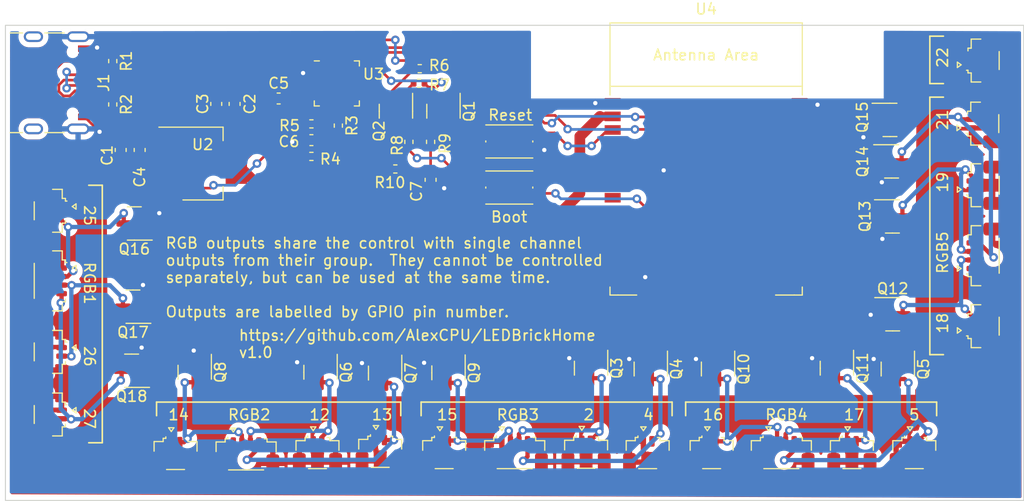
<source format=kicad_pcb>
(kicad_pcb (version 20221018) (generator pcbnew)
  (layers (0 "F.Cu" signal) (31 "B.Cu" signal) (34 "B.Paste" user) (35 "F.Paste" user) (36 "B.SilkS" user "B.Silkscreen") (37 "F.SilkS" user "F.Silkscreen") (38 "B.Mask" user) (39 "F.Mask" user) (44 "Edge.Cuts" user))
  (net 0 "")
  (net 1 "GND")
  (net 2 "+5V")
  (net 3 "+3.3V")
  (net 4 "Net-(U3-VBUS)")
  (net 5 "CHIP_PU")
  (net 6 "Net-(J1-CC1)")
  (net 7 "Net-(U3-D+)")
  (net 8 "Net-(U3-D-)")
  (net 10 "Net-(J1-CC2)")
  (net 12 "OUT1")
  (net 13 "OUT2")
  (net 14 "OUT3")
  (net 15 "OUT4")
  (net 16 "OUT5")
  (net 17 "OUT6")
  (net 18 "OUT7")
  (net 19 "OUT8")
  (net 20 "OUT9")
  (net 21 "OUT10")
  (net 22 "OUT11")
  (net 23 "OUT12")
  (net 24 "OUT13")
  (net 25 "OUT14")
  (net 26 "OUT15")
  (net 27 "OUT16")
  (net 28 "Net-(Q1-B)")
  (net 29 "RTS")
  (net 30 "Net-(Q1-C)")
  (net 31 "Net-(Q2-B)")
  (net 32 "DTR")
  (net 33 "Net-(Q2-C)")
  (net 34 "LED1")
  (net 35 "LED2")
  (net 36 "LED3")
  (net 37 "LED4")
  (net 38 "LED5")
  (net 39 "LED6")
  (net 40 "LED7")
  (net 41 "LED8")
  (net 42 "LED9")
  (net 43 "LED10")
  (net 44 "LED11")
  (net 45 "LED12")
  (net 46 "LED13")
  (net 47 "LED14")
  (net 48 "LED15")
  (net 49 "LED16")
  (net 50 "Net-(U3-~{RST})")
  (net 51 "GPIO0")
  (net 62 "U0TXD")
  (net 63 "U0RXD")
  (footprint "Resistor_SMD:R_0402_1005Metric" (layer "F.Cu") (at 51.3255 63.338 180)
    (fp_text reference "R4")
    (fp_text value "47k5" hide)
  )
  (footprint "Capacitor_SMD:C_0603_1608Metric" (layer "F.Cu") (at 62.484 65.532 90)
    (fp_text reference "C7")
    (fp_text value "1u" hide)
  )
  (footprint "Connector_JST:JST_SUR_SM02B-SURS-TF_1x02-1MP_P0.80mm_Horizontal" (layer "F.Cu") (at 114.3 66.04 90)
    (fp_text reference "J12" hide)
    (fp_text value "SM02B-SURS-TF" hide)
  )
  (footprint "Resistor_SMD:R_0402_1005Metric" (layer "F.Cu") (at 32.729 58.4708 90)
    (fp_text reference "R2")
    (fp_text value "5k1" hide)
  )
  (footprint "Connector_JST:JST_SUR_SM04B-SURS-TF_1x04-1MP_P0.80mm_Horizontal" (layer "F.Cu") (at 26.79 75 -90)
    (fp_text reference "J22" hide)
    (fp_text value "SM04B-SURS-TF" hide)
  )
  (footprint "Capacitor_SMD:C_0603_1608Metric" (layer "F.Cu") (at 48.26 57.912)
    (fp_text reference "C5")
    (fp_text value "10u" hide)
  )
  (footprint "Package_TO_SOT_SMD:SOT-23" (layer "F.Cu") (at 105.4885 59.9186)
    (fp_text reference "Q15")
    (fp_text value "2N7002K" hide)
  )
  (footprint "Connector_JST:JST_SUR_SM02B-SURS-TF_1x02-1MP_P0.80mm_Horizontal" (layer "F.Cu") (at 88.792 91.186)
    (fp_text reference "J9" hide)
    (fp_text value "SM02B-SURS-TF" hide)
  )
  (footprint "Package_TO_SOT_SMD:SOT-23" (layer "F.Cu") (at 52.1818 83.5637 -90)
    (fp_text reference "Q6")
    (fp_text value "2N7002K" hide)
  )
  (footprint "Resistor_SMD:R_0402_1005Metric" (layer "F.Cu") (at 51.3255 60.29)
    (fp_text reference "R5")
    (fp_text value "22k1" hide)
  )
  (footprint "Connector_JST:JST_SUR_SM04B-SURS-TF_1x04-1MP_P0.80mm_Horizontal" (layer "F.Cu") (at 70.358 91.186)
    (fp_text reference "J18" hide)
    (fp_text value "SM04B-SURS-TF" hide)
  )
  (footprint "Connector_JST:JST_SUR_SM02B-SURS-TF_1x02-1MP_P0.80mm_Horizontal" (layer "F.Cu") (at 38.608 91.268001)
    (fp_text reference "J7" hide)
    (fp_text value "SM02B-SURS-TF" hide)
  )
  (footprint "Connector_JST:JST_SUR_SM02B-SURS-TF_1x02-1MP_P0.80mm_Horizontal" (layer "F.Cu") (at 26.79 87.522 -90)
    (fp_text reference "J17" hide)
    (fp_text value "SM02B-SURS-TF" hide)
  )
  (footprint "Package_TO_SOT_SMD:SOT-23" (layer "F.Cu") (at 63.688 59.1035 -90)
    (fp_text reference "Q1")
    (fp_text value "BC817" hide)
  )
  (footprint "Connector_JST:JST_SUR_SM02B-SURS-TF_1x02-1MP_P0.80mm_Horizontal" (layer "F.Cu") (at 114.3 54.356 90)
    (fp_text reference "J14" hide)
    (fp_text value "SM02B-SURS-TF" hide)
  )
  (footprint "Connector_JST:JST_SUR_SM02B-SURS-TF_1x02-1MP_P0.80mm_Horizontal" (layer "F.Cu") (at 51.894 91.186)
    (fp_text reference "J5" hide)
    (fp_text value "SM02B-SURS-TF" hide)
  )
  (footprint "Package_TO_SOT_SMD:SOT-23" (layer "F.Cu") (at 64.1604 83.6168 -90)
    (fp_text reference "Q9")
    (fp_text value "2N7002K" hide)
  )
  (footprint "Connector_JST:JST_SUR_SM02B-SURS-TF_1x02-1MP_P0.80mm_Horizontal" (layer "F.Cu") (at 107.764 91.186)
    (fp_text reference "J4" hide)
    (fp_text value "SM02B-SURS-TF" hide)
  )
  (footprint "Resistor_SMD:R_0402_1005Metric" (layer "F.Cu") (at 32.729 54.4068 -90)
    (fp_text reference "R1")
    (fp_text value "5k1" hide)
  )
  (footprint "Package_TO_SOT_SMD:SOT-23" (layer "F.Cu") (at 105.7148 68.961)
    (fp_text reference "Q13")
    (fp_text value "2N7002K" hide)
  )
  (footprint "Package_TO_SOT_SMD:SOT-23" (layer "F.Cu") (at 105.7402 78.1304)
    (fp_text reference "Q12")
    (fp_text value "2N7002K" hide)
  )
  (footprint "Package_TO_SOT_SMD:SOT-23" (layer "F.Cu") (at 34.7472 69.6214 180)
    (fp_text reference "Q16")
    (fp_text value "2N7002K" hide)
  )
  (footprint "Button_Switch_SMD:SW_Push_1P1T_NO_CK_KMR2" (layer "F.Cu") (at 69.85 66.256 180)
    (fp_text reference "SW2" hide)
    (fp_text value "SW_Push" hide)
  )
  (footprint "Connector_JST:JST_SUR_SM02B-SURS-TF_1x02-1MP_P0.80mm_Horizontal" (layer "F.Cu") (at 26.79 68.434 -90)
    (fp_text reference "J15" hide)
    (fp_text value "SM02B-SURS-TF" hide)
  )
  (footprint "Package_TO_SOT_SMD:SOT-23" (layer "F.Cu") (at 100.518 83.1827 -90)
    (fp_text reference "Q11")
    (fp_text value "2N7002K" hide)
  )
  (footprint "Resistor_SMD:R_0402_1005Metric" (layer "F.Cu") (at 61.468 55.118)
    (fp_text reference "R6")
    (fp_text value "10k" hide)
  )
  (footprint "Resistor_SMD:R_0402_1005Metric" (layer "F.Cu") (at 60.452 61.976 -90)
    (fp_text reference "R8")
    (fp_text value "0" hide)
  )
  (footprint "Connector_JST:JST_SUR_SM04B-SURS-TF_1x04-1MP_P0.80mm_Horizontal" (layer "F.Cu") (at 95.318 91.186)
    (fp_text reference "J20" hide)
    (fp_text value "SM04B-SURS-TF" hide)
  )
  (footprint "Connector_JST:JST_SUR_SM02B-SURS-TF_1x02-1MP_P0.80mm_Horizontal" (layer "F.Cu") (at 26.79 81.6546 -90)
    (fp_text reference "J16" hide)
    (fp_text value "SM02B-SURS-TF" hide)
  )
  (footprint "Connector_JST:JST_SUR_SM04B-SURS-TF_1x04-1MP_P0.80mm_Horizontal" (layer "F.Cu") (at 45.212 91.306)
    (fp_text reference "J19" hide)
    (fp_text value "SM04B-SURS-TF" hide)
  )
  (footprint "Connector_JST:JST_SUR_SM02B-SURS-TF_1x02-1MP_P0.80mm_Horizontal" (layer "F.Cu") (at 101.922 91.186)
    (fp_text reference "J10" hide)
    (fp_text value "SM02B-SURS-TF" hide)
  )
  (footprint "Connector_USB:USB_C_Receptacle_GCT_USB4105-xx-A_16P_TopMnt_Horizontal" (layer "F.Cu") (at 26.379 56.4388 -90)
    (fp_text reference "J1")
    (fp_text value "USB_C_Receptacle_USB2.0" hide)
  )
  (footprint "Package_TO_SOT_SMD:SOT-23" (layer "F.Cu") (at 58.227 83.6399 -90)
    (fp_text reference "Q7")
    (fp_text value "2N7002K" hide)
  )
  (footprint "Package_TO_SOT_SMD:SOT-23" (layer "F.Cu") (at 77.5056 83.1827 -90)
    (fp_text reference "Q3")
    (fp_text value "2N7002K" hide)
  )
  (footprint "Package_TO_SOT_SMD:SOT-23" (layer "F.Cu") (at 83.0986 83.2589 -90)
    (fp_text reference "Q4")
    (fp_text value "2N7002K" hide)
  )
  (footprint "Resistor_SMD:R_0402_1005Metric" (layer "F.Cu") (at 59.182 64.516)
    (fp_text reference "R10")
    (fp_text value "10k" hide)
  )
  (footprint "Package_TO_SOT_SMD:SOT-23" (layer "F.Cu") (at 89.3928 83.2589 -90)
    (fp_text reference "Q10")
    (fp_text value "2N7002K" hide)
  )
  (footprint "Connector_JST:JST_SUR_SM02B-SURS-TF_1x02-1MP_P0.80mm_Horizontal" (layer "F.Cu") (at 77.04 91.148)
    (fp_text reference "J2" hide)
    (fp_text value "SM02B-SURS-TF" hide)
  )
  (footprint "Package_TO_SOT_SMD:SOT-23" (layer "F.Cu") (at 105.6386 63.8048)
    (fp_text reference "Q14")
    (fp_text value "2N7002K" hide)
  )
  (footprint "Resistor_SMD:R_0402_1005Metric" (layer "F.Cu") (at 61.402 56.485001 180)
    (fp_text reference "R7")
    (fp_text value "10k" hide)
  )
  (footprint "Connector_JST:JST_SUR_SM02B-SURS-TF_1x02-1MP_P0.80mm_Horizontal" (layer "F.Cu") (at 82.804 91.186)
    (fp_text reference "J3" hide)
    (fp_text value "SM02B-SURS-TF" hide)
  )
  (footprint "Resistor_SMD:R_0402_1005Metric" (layer "F.Cu") (at 62.484 61.976 -90)
    (fp_text reference "R9")
    (fp_text value "0" hide)
  )
  (footprint "Resistor_SMD:R_0402_1005Metric" (layer "F.Cu") (at 53.848 60.452 90)
    (fp_text reference "R3")
    (fp_text value "1k" hide)
  )
  (footprint "Connector_JST:JST_SUR_SM02B-SURS-TF_1x02-1MP_P0.80mm_Horizontal" (layer "F.Cu") (at 63.754 91.186)
    (fp_text reference "J8" hide)
    (fp_text value "SM02B-SURS-TF" hide)
  )
  (footprint "Connector_JST:JST_SUR_SM04B-SURS-TF_1x04-1MP_P0.80mm_Horizontal" (layer "F.Cu") (at 114.3 72.644 90)
    (fp_text reference "J21" hide)
    (fp_text value "SM04B-SURS-TF" hide)
  )
  (footprint "Package_TO_SOT_SMD:SOT-23" (layer "F.Cu") (at 106.2228 83.2612 -90)
    (fp_text reference "Q5")
    (fp_text value "2N7002K" hide)
  )
  (footprint "Capacitor_SMD:C_0603_1608Metric" (layer "F.Cu") (at 42.418 58.42 -90)
    (fp_text reference "C3")
    (fp_text value "100n" hide)
  )
  (footprint "Button_Switch_SMD:SW_Push_1P1T_NO_CK_KMR2" (layer "F.Cu") (at 69.85 61.938)
    (fp_text reference "SW1" hide)
    (fp_text value "SW_Push" hide)
  )
  (footprint "Capacitor_SMD:C_0603_1608Metric" (layer "F.Cu") (at 35.249 62.736 -90)
    (fp_text reference "C4")
    (fp_text value "100n" hide)
  )
  (footprint "Connector_JST:JST_SUR_SM02B-SURS-TF_1x02-1MP_P0.80mm_Horizontal" (layer "F.Cu") (at 114.262 60.266 90)
    (fp_text reference "J13" hide)
    (fp_text value "SM02B-SURS-TF" hide)
  )
  (footprint "Capacitor_SMD:C_0603_1608Metric" (layer "F.Cu") (at 44.135999 58.42 -90)
    (fp_text reference "C2")
    (fp_text value "10u" hide)
  )
  (footprint "Package_TO_SOT_SMD:SOT-23" (layer "F.Cu") (at 34.6202 77.4192 180)
    (fp_text reference "Q17")
    (fp_text value "2N7002K" hide)
  )
  (footprint "Espressif:ESP32-WROOM-32E" (layer "F.Cu") (at 88.278 65.33)
    (fp_text reference "U4")
    (fp_text value "ESP32-WROOM-32E-N16")
  )
  (footprint "Connector_JST:JST_SUR_SM02B-SURS-TF_1x02-1MP_P0.80mm_Horizontal" (layer "F.Cu") (at 114.3 79.248 90)
    (fp_text reference "J11" hide)
    (fp_text value "SM02B-SURS-TF" hide)
  )
  (footprint "Connector_JST:JST_SUR_SM02B-SURS-TF_1x02-1MP_P0.80mm_Horizontal" (layer "F.Cu") (at 57.766 91.066)
    (fp_text reference "J6" hide)
    (fp_text value "SM02B-SURS-TF" hide)
  )
  (footprint "Package_TO_SOT_SMD:SOT-23" (layer "F.Cu") (at 34.4955 83.4238 180)
    (fp_text reference "Q18")
    (fp_text value "2N7002K" hide)
  )
  (footprint "Package_DFN_QFN:QFN-24-1EP_4x4mm_P0.5mm_EP2.6x2.6mm" (layer "F.Cu") (at 53.706 56.5)
    (fp_text reference "U3")
    (fp_text value "CP2102N-Axx-xQFN24" hide)
  )
  (footprint "Package_TO_SOT_SMD:SOT-23" (layer "F.Cu") (at 59.238 59.103501 -90)
    (fp_text reference "Q2")
    (fp_text value "BC817" hide)
  )
  (footprint "Package_TO_SOT_SMD:SOT-23" (layer "F.Cu") (at 40.4012 83.5637 -90)
    (fp_text reference "Q8")
    (fp_text value "2N7002K" hide)
  )
  (footprint "Package_TO_SOT_SMD:SOT-223-3_TabPin2" (layer "F.Cu") (at 41.148 64.008)
    (fp_text reference "U2")
    (fp_text value "AZ1117IH-3.3TRG1" hide)
  )
  (footprint "Capacitor_SMD:C_0603_1608Metric" (layer "F.Cu") (at 51.3255 61.814)
    (fp_text reference "C6")
    (fp_text value "1u" hide)
  )
  (footprint "Capacitor_SMD:C_0603_1608Metric" (layer "F.Cu") (at 33.471 62.736 -90)
    (fp_text reference "C1")
    (fp_text value "10u" hide)
  )
  (gr_line (start 61.595 87.63) (end 61.595 86.36) (stroke (width 0.15)) (layer "F.SilkS"))
  (gr_line (start 36.83 86.36) (end 59.69 86.36) (stroke (width 0.15)) (layer "F.SilkS"))
  (gr_line (start 109.855 86.36) (end 109.855 87.63) (stroke (width 0.15)) (layer "F.SilkS"))
  (gr_line (start 31.75 66.04) (end 31.75 90.17) (stroke (width 0.15)) (layer "F.SilkS"))
  (gr_line (start 36.83 87.63) (end 36.83 86.36) (stroke (width 0.15)) (layer "F.SilkS"))
  (gr_line (start 86.36 86.36) (end 109.855 86.36) (stroke (width 0.15)) (layer "F.SilkS"))
  (gr_line (start 109.22 57.785) (end 110.49 57.785) (stroke (width 0.15)) (layer "F.SilkS"))
  (gr_line (start 61.595 86.36) (end 85.09 86.36) (stroke (width 0.15)) (layer "F.SilkS"))
  (gr_line (start 109.22 56.515) (end 109.22 52.07) (stroke (width 0.15)) (layer "F.SilkS"))
  (gr_line (start 109.22 52.07) (end 110.49 52.07) (stroke (width 0.15)) (layer "F.SilkS"))
  (gr_line (start 31.75 90.17) (end 30.48 90.17) (stroke (width 0.15)) (layer "F.SilkS"))
  (gr_line (start 85.09 86.36) (end 85.09 87.63) (stroke (width 0.15)) (layer "F.SilkS"))
  (gr_line (start 30.48 66.04) (end 31.75 66.04) (stroke (width 0.15)) (layer "F.SilkS"))
  (gr_line (start 86.36 87.63) (end 86.36 86.36) (stroke (width 0.15)) (layer "F.SilkS"))
  (gr_line (start 59.69 86.36) (end 59.69 87.63) (stroke (width 0.15)) (layer "F.SilkS"))
  (gr_line (start 110.49 81.915) (end 109.22 81.915) (stroke (width 0.15)) (layer "F.SilkS"))
  (gr_line (start 110.49 56.515) (end 109.22 56.515) (stroke (width 0.15)) (layer "F.SilkS"))
  (gr_line (start 109.22 81.915) (end 109.22 57.785) (stroke (width 0.15)) (layer "F.SilkS"))
  (gr_rect (start 22.6822 51.054) (end 118.0084 95.5802) (stroke (width 0.1)) (fill none) (layer "Edge.Cuts"))
  (gr_text "4" (at 82.296 88.138) (layer "F.SilkS") (effects (font (size 1 1)) (justify left bottom)))
  (gr_text "RGB1" (at 29.972 73.152 -90) (layer "F.SilkS") (effects (font (size 1 1)) (justify left bottom)))
  (gr_text "18" (at 110.998 80.01 90) (layer "F.SilkS") (effects (font (size 1 1)) (justify left bottom)))
  (gr_text "Reset" (at 67.7926 60.0456) (layer "F.SilkS") (effects (font (size 1 1)) (justify left bottom)))
  (gr_text "17" (at 101.092 88.138) (layer "F.SilkS") (effects (font (size 1 1)) (justify left bottom)))
  (gr_text "21" (at 110.998 60.96 90) (layer "F.SilkS") (effects (font (size 1 1)) (justify left bottom)))
  (gr_text "16" (at 87.884 88.138) (layer "F.SilkS") (effects (font (size 1 1)) (justify left bottom)))
  (gr_text "2" (at 76.708 88.138) (layer "F.SilkS") (effects (font (size 1 1)) (justify left bottom)))
  (gr_text "22" (at 110.998 55.118 90) (layer "F.SilkS") (effects (font (size 1 1)) (justify left bottom)))
  (gr_text "19" (at 110.998 66.802 90) (layer "F.SilkS") (effects (font (size 1 1)) (justify left bottom)))
  (gr_text "25" (at 29.972 67.818 -90) (layer "F.SilkS") (effects (font (size 1 1)) (justify left bottom)))
  (gr_text "RGB outputs share the control with single channel\noutputs from their group.  They cannot be controlled\nseparately, but can be used at the same time.\n\nOutputs are labelled by GPIO pin number." (at 37.592 78.486) (layer "F.SilkS") (effects (font (size 1 1)) (justify left bottom)))
  (gr_text "27" (at 29.972 86.868 -90) (layer "F.SilkS") (effects (font (size 1 1)) (justify left bottom)))
  (gr_text "14\n" (at 37.846 88.138) (layer "F.SilkS") (effects (font (size 1 1)) (justify left bottom)))
  (gr_text "RGB2" (at 43.434 88.138) (layer "F.SilkS") (effects (font (size 1 1)) (justify left bottom)))
  (gr_text "12" (at 51.054 88.138) (layer "F.SilkS") (effects (font (size 1 1)) (justify left bottom)))
  (gr_text "15" (at 62.992 88.138) (layer "F.SilkS") (effects (font (size 1 1)) (justify left bottom)))
  (gr_text "5" (at 107.188 88.138) (layer "F.SilkS") (effects (font (size 1 1)) (justify left bottom)))
  (gr_text "RGB5" (at 110.998 74.422 90) (layer "F.SilkS") (effects (font (size 1 1)) (justify left bottom)))
  (gr_text "Boot" (at 68.0466 69.596) (layer "F.SilkS") (effects (font (size 1 1)) (justify left bottom)))
  (gr_text "13" (at 56.896 88.138) (layer "F.SilkS") (effects (font (size 1 1)) (justify left bottom)))
  (gr_text "26" (at 29.972 81.026 -90) (layer "F.SilkS") (effects (font (size 1 1)) (justify left bottom)))
  (gr_text "RGB3" (at 68.58 88.138) (layer "F.SilkS") (effects (font (size 1 1)) (justify left bottom)))
  (gr_text "https://github.com/AlexCPU/LEDBrickHome\nv1.0" (at 44.45 82.296) (layer "F.SilkS") (effects (font (size 1 1)) (justify left bottom)))
  (gr_text "RGB4" (at 93.726 88.138) (layer "F.SilkS") (effects (font (size 1 1)) (justify left bottom)))
  (segment (start 47.218 57.645) (end 47.485 57.912) (width 0.25) (layer "F.Cu") (net 1))
  (segment (start 85.378 64.64) (end 85.378 67.44) (width 0.25) (layer "F.Cu") (net 1))
  (segment (start 35.502 61.708) (end 37.998 61.708) (width 0.6) (layer "F.Cu") (net 1))
  (segment (start 88.178 64.64) (end 85.378 64.64) (width 0.25) (layer "F.Cu") (net 1))
  (segment (start 86.778 64.64) (end 86.778 67.44) (width 0.25) (layer "F.Cu") (net 1))
  (segment (start 51.2318 82.6262) (end 49.9872 82.6262) (width 0.4) (layer "F.Cu") (net 1))
  (segment (start 35.6847 68.6714) (end 37.0688 68.6714) (width 0.4) (layer "F.Cu") (net 1))
  (segment (start 71.9 62.738) (end 71.9 65.456) (width 0.25) (layer "F.Cu") (net 1))
  (segment (start 82.558 74.668) (end 82.5754 74.6506) (width 0.4) (layer "F.Cu") (net 1))
  (segment (start 88.178 67.44) (end 88.178 64.64) (width 0.25) (layer "F.Cu") (net 1))
  (segment (start 63.2104 82.6793) (end 61.8767 82.6793) (width 0.4) (layer "F.Cu") (net 1))
  (segment (start 85.378 64.64) (end 84.3056 64.64) (width 0.25) (layer "F.Cu") (net 1))
  (segment (start 49.692 61.814) (end 49.53 61.976) (width 0.25) (layer "F.Cu") (net 1))
  (segment (start 104.7773 69.911) (end 104.7773 71.0669) (width 0.4) (layer "F.Cu") (net 1))
  (segment (start 97.028 58.32) (end 98.5282 58.32) (width 0.4) (layer "F.Cu") (net 1))
  (segment (start 50.7705 55.75) (end 50.546 55.5255) (width 0.25) (layer "F.Cu") (net 1))
  (segment (start 37.0688 68.6714) (end 37.084 68.6562) (width 0.4) (layer "F.Cu") (net 1))
  (segment (start 88.4428 82.3214) (end 87.3252 82.3214) (width 0.4) (layer "F.Cu") (net 1))
  (segment (start 63.7416 66.307) (end 63.754 66.3194) (width 0.25) (layer "F.Cu") (net 1))
  (segment (start 32.4382 61.0338) (end 32.5438 61.0338) (width 0.25) (layer "F.Cu") (net 1))
  (segment (start 104.551 60.8686) (end 103.6726 60.8686) (width 0.4) (layer "F.Cu") (net 1))
  (segment (start 30.059 59.6388) (end 30.1 59.6388) (width 0.25) (layer "F.Cu") (net 1))
  (segment (start 61.8767 82.6793) (end 61.8744 82.677) (width 0.4) (layer "F.Cu") (net 1))
  (segment (start 71.9 65.456) (end 67.8 65.456) (width 0.25) (layer "F.Cu") (net 1))
  (segment (start 62.484 66.307) (end 63.7416 66.307) (width 0.25) (layer "F.Cu") (net 1))
  (segment (start 103.6726 60.8686) (end 102.997 61.5442) (width 0.4) (layer "F.Cu") (net 1))
  (segment (start 44.135999 57.645) (end 47.218 57.645) (width 0.6) (layer "F.Cu") (net 1))
  (segment (start 104.7773 71.0669) (end 104.775 71.0692) (width 0.4) (layer "F.Cu") (net 1))
  (segment (start 35.5577 75.3895) (end 35.56 75.3872) (width 0.4) (layer "F.Cu") (net 1))
  (segment (start 98.5282 58.32) (end 98.7044 58.4962) (width 0.4) (layer "F.Cu") (net 1))
  (segment (start 39.4512 82.3926) (end 40.3098 81.534) (width 0.4) (layer "F.Cu") (net 1))
  (segment (start 50.8155 62.079) (end 50.5505 61.814) (width 0.25) (layer "F.Cu") (net 1))
  (segment (start 79.528 58.32) (end 77.9256 58.32) (width 0.4) (layer "F.Cu") (net 1))
  (segment (start 32.5438 61.0338) (end 33.471 61.961) (width 0.25) (layer "F.Cu") (net 1))
  (segment (start 51.7685 55.75) (end 50.7705 55.75) (width 0.25) (layer "F.Cu") (net 1))
  (segment (start 35.433 82.4738) (end 35.433 81.2546) (width 0.4) (layer "F.Cu") (net 1))
  (segment (start 82.558 76.08) (end 82.558 74.668) (width 0.4) (layer "F.Cu") (net 1))
  (segment (start 57.277 82.7024) (end 56.0578 82.7024) (width 0.4) (layer "F.Cu") (net 1))
  (segment (start 105.2728 82.3237) (end 103.9645 82.3237) (width 0.4) (layer "F.Cu") (net 1))
  (segment (start 39.4512 82.6262) (end 39.4512 82.3926) (width 0.4) (layer "F.Cu") (net 1))
  (segment (start 42.418 57.645) (end 44.135999 57.645) (width 0.6) (layer "F.Cu") (net 1))
  (segment (start 85.378 66.04) (end 88.178 66.04) (width 0.25) (layer "F.Cu") (net 1))
  (segment (start 50.5505 61.814) (end 49.692 61.814) (width 0.25) (layer "F.Cu") (net 1))
  (segment (start 85.378 67.44) (end 88.178 67.44) (width 0.25) (layer "F.Cu") (net 1))
  (segment (start 104.582 79.0804) (end 103.6828 78.1812) (width 0.4) (layer "F.Cu") (net 1))
  (segment (start 71.9 62.738) (end 73.1266 62.738) (width 0.25) (layer "F.Cu") (net 1))
  (segment (start 50.8155 63.338) (end 50.8155 62.079) (width 0.25) (layer "F.Cu") (net 1))
  (segment (start 30.1 59.6388) (end 31.495 61.0338) (width 0.25) (layer "F.Cu") (net 1))
  (segment (start 103.9645 82.3237) (end 103.9622 82.3214) (width 0.4) (layer "F.Cu") (net 1))
  (segment (start 52.956 55.75) (end 53.706 56.5) (width 0.25) (layer "F.Cu") (net 1))
  (segment (start 35.5577 76.4692) (end 35.5577 75.3895) (width 0.4) (layer "F.Cu") (net 1))
  (segment (start 67.8 62.738) (end 67.8 65.456) (width 0.25) (layer "F.Cu") (net 1))
  (segment (start 42.061 57.645) (end 42.418 57.645) (width 0.25) (layer "F.Cu") (net 1))
  (segment (start 35.249 61.961) (end 35.502 61.708) (width 0.25) (layer "F.Cu") (net 1))
  (segment (start 31.162 53.2388) (end 31.262 53.1388) (width 0.25) (layer "F.Cu") (net 1))
  (segment (start 99.568 82.2452) (end 98.1964 82.2452) (width 0.4) (layer "F.Cu") (net 1))
  (segment (start 104.8027 79.0804) (end 104.582 79.0804) (width 0.4) (layer "F.Cu") (net 1))
  (segment (start 82.1486 82.3214) (end 81.0768 82.3214) (width 0.4) (layer "F.Cu") (net 1))
  (segment (start 30.059 53.2388) (end 31.162 53.2388) (width 0.25) (layer "F.Cu") (net 1))
  (segment (start 33.471 61.961) (end 35.249 61.961) (width 0.25) (layer "F.Cu") (net 1))
  (segment (start 77.9256 58.32) (end 77.9018 58.3438) (width 0.4) (layer "F.Cu") (net 1))
  (segment (start 37.998 61.708) (end 42.061 57.645) (width 0.6) (layer "F.Cu") (net 1))
  (segment (start 32.4382 61.0338) (end 31.495 61.0338) (width 0.25) (layer "F.Cu") (net 1))
  (segment (start 51.7685 55.75) (end 52.956 55.75) (width 0.25) (layer "F.Cu") (net 1))
  (segment (start 84.3056 64.64) (end 84.3026 64.643) (width 0.25) (layer "F.Cu") (net 1))
  (segment (start 67.8 62.738) (end 71.9 62.738) (width 0.25) (layer "F.Cu") (net 1))
  (segment (start 104.7011 65.7375) (end 104.7242 65.7606) (width 0.4) (layer "F.Cu") (net 1))
  (segment (start 76.5556 82.2452) (end 75.4634 82.2452) (width 0.4) (layer "F.Cu") (net 1))
  (segment (start 104.7011 64.7548) (end 104.7011 65.7375) (width 0.4) (layer "F.Cu") (net 1))
  (via (at 35.56 75.3872) (size 0.8) (drill 0.4) (layers "F.Cu" "B.Cu") (net 1))
  (via (at 87.3252 82.3214) (size 0.8) (drill 0.4) (layers "F.Cu" "B.Cu") (net 1))
  (via (at 84.3026 64.643) (size 0.8) (drill 0.4) (layers "F.Cu" "B.Cu") (net 1))
  (via (at 75.4634 82.2452) (size 0.8) (drill 0.4) (layers "F.Cu" "B.Cu") (net 1))
  (via (at 98.7044 58.4962) (size 0.8) (drill 0.4) (layers "F.Cu" "B.Cu") (net 1))
  (via (at 50.546 55.5255) (size 0.8) (drill 0.4) (layers "F.Cu" "B.Cu") (net 1))
  (via (at 104.7242 65.7606) (size 0.8) (drill 0.4) (layers "F.Cu" "B.Cu") (net 1))
  (via (at 98.1964 82.2452) (size 0.8) (drill 0.4) (layers "F.Cu" "B.Cu") (net 1))
  (via (at 31.262 53.1388) (size 0.8) (drill 0.4) (layers "F.Cu" "B.Cu") (net 1))
  (via (at 56.0578 82.7024) (size 0.8) (drill 0.4) (layers "F.Cu" "B.Cu") (net 1))
  (via (at 77.9018 58.3438) (size 0.8) (drill 0.4) (layers "F.Cu" "B.Cu") (net 1))
  (via (at 82.5754 74.6506) (size 0.8) (drill 0.4) (layers "F.Cu" "B.Cu") (net 1))
  (via (at 63.754 66.3194) (size 0.8) (drill 0.4) (layers "F.Cu" "B.Cu") (net 1))
  (via (at 81.0768 82.3214) (size 0.8) (drill 0.4) (layers "F.Cu" "B.Cu") (net 1))
  (via (at 73.1266 62.738) (size 0.8) (drill 0.4) (layers "F.Cu" "B.Cu") (net 1))
  (via (at 103.9622 82.3214) (size 0.8) (drill 0.4) (layers "F.Cu" "B.Cu") (net 1))
  (via (at 37.084 68.6562) (size 0.8) (drill 0.4) (layers "F.Cu" "B.Cu") (net 1))
  (via (at 104.775 71.0692) (size 0.8) (drill 0.4) (layers "F.Cu" "B.Cu") (net 1))
  (via (at 49.9872 82.6262) (size 0.8) (drill 0.4) (layers "F.Cu" "B.Cu") (net 1))
  (via (at 31.495 61.0338) (size 0.8) (drill 0.4) (layers "F.Cu" "B.Cu") (net 1))
  (via (at 35.433 81.2546) (size 0.8) (drill 0.4) (layers "F.Cu" "B.Cu") (net 1))
  (via (at 40.3098 81.534) (size 0.8) (drill 0.4) (layers "F.Cu" "B.Cu") (net 1))
  (via (at 61.8744 82.677) (size 0.8) (drill 0.4) (layers "F.Cu" "B.Cu") (net 1))
  (via (at 103.6828 78.1812) (size 0.8) (drill 0.4) (layers "F.Cu" "B.Cu") (net 1))
  (via (at 49.53 61.976) (size 0.8) (drill 0.4) (layers "F.Cu" "B.Cu") (net 1))
  (via (at 102.997 61.5442) (size 0.8) (drill 0.4) (layers "F.Cu" "B.Cu") (net 1))
  (segment (start 30.059 54.0388) (end 32.587 54.0388) (width 0.25) (layer "F.Cu") (net 2))
  (segment (start 101.522 90.036) (end 101.522 91.108) (width 0.4) (layer "F.Cu") (net 2))
  (segment (start 63.354 90.036) (end 63.354 91.294) (width 0.4) (layer "F.Cu") (net 2))
  (segment (start 37.998 66.308) (end 36.59 66.308) (width 0.6) (layer "F.Cu") (net 2))
  (segment (start 51.494 90.036) (end 51.494 91.372) (width 0.4) (layer "F.Cu") (net 2))
  (segment (start 27.432 73.8) (end 27.038 73.8) (width 0.4) (layer "F.Cu") (net 2))
  (segment (start 27.6552 58.3458) (end 26.817 57.5076) (width 0.25) (layer "F.Cu") (net 2))
  (segment (start 94.118 90.036) (end 94.118 91.07) (width 0.4) (layer "F.Cu") (net 2))
  (segment (start 76.64 89.998) (end 76.64 91.372) (width 0.4) (layer "F.Cu") (net 2))
  (segment (start 33.471 63.511) (end 28.459 63.511) (width 0.6) (layer "F.Cu") (net 2))
  (segment (start 27.94 87.122) (end 26.67 87.122) (width 0.4) (layer "F.Cu") (net 2))
  (segment (start 28.459 63.511) (end 27.94 62.992) (width 0.6) (layer "F.Cu") (net 2))
  (segment (start 35.306 63.568) (end 35.249 63.511) (width 0.25) (layer "F.Cu") (net 2))
  (segment (start 36.59 66.308) (end 35.306 65.024) (width 0.6) (layer "F.Cu") (net 2))
  (segment (start 113.15 79.648) (end 114.408 79.648) (width 0.4) (layer "F.Cu") (net 2))
  (segment (start 42.164 66.04) (end 41.896 66.308) (width 0.25) (layer "F.Cu") (net 2))
  (segment (start 57.366 89.916) (end 57.366 91.402) (width 0.4) (layer "F.Cu") (net 2))
  (segment (start 41.896 66.308) (end 37.998 66.308) (width 0.25) (layer "F.Cu") (net 2))
  (segment (start 113.15 66.44) (end 114.408 66.44) (width 0.4) (layer "F.Cu") (net 2))
  (segment (start 35.249 63.511) (end 33.471 63.511) (width 0.6) (layer "F.Cu") (net 2))
  (segment (start 27.038 73.8) (end 26.67 74.168) (width 0.4) (layer "F.Cu") (net 2))
  (segment (start 107.364 90.036) (end 107.364 91.108) (width 0.4) (layer "F.Cu") (net 2))
  (segment (start 49.784 60.452) (end 46.228 64.008) (width 0.25) (layer "F.Cu") (net 2))
  (segment (start 26.817 55.6026) (end 28.0616 54.358) (width 0.4) (layer "F.Cu") (net 2))
  (segment (start 113.15 73.844) (end 114.624 73.844) (width 0.4) (layer "F.Cu") (net 2))
  (segment (start 29.3032 54.2138) (end 29.884 54.2138) (width 0.25) (layer "F.Cu") (net 2))
  (segment (start 50.8155 60.296183) (end 50.8155 60.29) (width 0.25) (layer "F.Cu") (net 2))
  (segment (start 27.858 81.212) (end 26.738 81.212) (width 0.4) (layer "F.Cu") (net 2))
  (segment (start 29.159 54.358) (end 29.3032 54.2138) (width 0.25) (layer "F.Cu") (net 2))
  (segment (start 35.306 65.024) (end 35.306 63.568) (width 0.6) (layer "F.Cu") (net 2))
  (segment (start 82.404 90.036) (end 82.404 91.294) (width 0.4) (layer "F.Cu") (net 2))
  (segment (start 113.15 54.756) (end 114.662 54.756) (width 0.4) (layer "F.Cu") (net 2))
  (segment (start 29.884 54.2138) (end 30.059 54.0388) (width 0.25) (layer "F.Cu") (net 2))
  (segment (start 30.059 58.8388) (end 29.483949 58.8388) (width 0.25) (layer "F.Cu") (net 2))
  (segment (start 30.059 58.8388) (end 32.587 58.8388) (width 0.25) (layer "F.Cu") (net 2))
  (segment (start 38.208 90.118001) (end 38.208 91.294) (width 0.4) (layer "F.Cu") (net 2))
  (segment (start 44.012 90.156) (end 44.012 91.256) (width 0.4) (layer "F.Cu") (net 2))
  (segment (start 69.158 90.036) (end 69.158 91.256) (width 0.4) (layer "F.Cu") (net 2))
  (segment (start 50.6535 60.452) (end 49.784 60.452) (width 0.25) (layer "F.Cu") (net 2))
  (segment (start 50.8155 60.29) (end 50.6535 60.452) (width 0.25) (layer "F.Cu") (net 2))
  (segment (start 27.94 73.8) (end 27.432 73.8) (width 0.4) (layer "F.Cu") (net 2))
  (segment (start 32.587 58.8388) (end 32.729 58.9808) (width 0.25) (layer "F.Cu") (net 2))
  (segment (start 32.587 54.0388) (end 32.729 53.8968) (width 0.25) (layer "F.Cu") (net 2))
  (segment (start 29.483949 58.8388) (end 28.990949 58.3458) (width 0.25) (layer "F.Cu") (net 2))
  (segment (start 26.817 57.5076) (end 26.817 55.6026) (width 0.25) (layer "F.Cu") (net 2))
  (segment (start 88.392 90.036) (end 88.392 91.186) (width 0.4) (layer "F.Cu") (net 2))
  (segment (start 28.0616 54.358) (end 29.159 54.358) (width 0.4) (layer "F.Cu") (net 2))
  (segment (start 27.94 68.034) (end 26.708 68.034) (width 0.4) (layer "F.Cu") (net 2))
  (segment (start 28.990949 58.3458) (end 27.6552 58.3458) (width 0.4) (layer "F.Cu") (net 2))
  (segment (start 113.112 60.666) (end 114.34 60.666) (width 0.4) (layer "F.Cu") (net 2))
  (via (at 46.228 64.008) (size 0.8) (drill 0.4) (layers "F.Cu" "B.Cu") (net 2))
  (via (at 42.164 66.04) (size 0.8) (drill 0.4) (layers "F.Cu" "B.Cu") (net 2))
  (segment (start 46.228 64.008) (end 44.196 66.04) (width 0.25) (layer "B.Cu") (net 2))
  (segment (start 44.196 66.04) (end 42.164 66.04) (width 0.25) (layer "B.Cu") (net 2))
  (segment (start 49.632 69.342) (end 44.298 64.008) (width 1) (layer "F.Cu") (net 3))
  (segment (start 44.298 64.008) (end 44.298 59.357001) (width 1) (layer "F.Cu") (net 3))
  (segment (start 79.528 59.59) (end 78.332 59.59) (width 0.8) (layer "F.Cu") (net 3))
  (segment (start 54.61 61.724) (end 53.848 60.962) (width 0.7) (layer "F.Cu") (net 3))
  (segment (start 76.454 61.468) (end 76.454 66.802) (width 1) (layer "F.Cu") (net 3))
  (segment (start 37.998 64.008) (end 44.298 64.008) (width 1.4) (layer "F.Cu") (net 3))
  (segment (start 76.454 66.802) (end 73.914 69.342) (width 1) (layer "F.Cu") (net 3))
  (segment (start 49.035 57.912) (end 49.035 59.271) (width 1) (layer "F.Cu") (net 3))
  (segment (start 54.61 61.724) (end 55.88 61.724) (width 0.7) (layer "F.Cu") (net 3))
  (segment (start 49.035 57.912) (end 51.6065 57.912) (width 0.25) (layer "F.Cu") (net 3))
  (segment (start 78.332 59.59) (end 76.454 61.468) (width 1) (layer "F.Cu") (net 3))
  (segment (start 44.298 61.075) (end 44.298 64.008) (width 1) (layer "F.Cu") (net 3))
  (segment (start 54.61 69.342) (end 54.61 61.724) (width 1) (layer "F.Cu") (net 3))
  (segment (start 51.7685 57.75) (end 51.7685 57.25) (width 0.25) (layer "F.Cu") (net 3))
  (segment (start 54.61 69.342) (end 49.632 69.342) (width 1) (layer "F.Cu") (net 3))
  (segment (start 44.298 59.357001) (end 44.135999 59.195) (width 0.25) (layer "F.Cu") (net 3))
  (segment (start 55.88 61.724) (end 58.672 64.516) (width 0.7) (layer "F.Cu") (net 3))
  (segment (start 52.456 58.4375) (end 51.7685 57.75) (width 0.25) (layer "F.Cu") (net 3))
  (segment (start 49.035 59.271) (end 44.298 64.008) (width 1) (layer "F.Cu") (net 3))
  (segment (start 42.418 59.195) (end 44.298 61.075) (width 1) (layer "F.Cu") (net 3))
  (segment (start 51.6065 57.912) (end 51.7685 57.75) (width 0.25) (layer "F.Cu") (net 3))
  (segment (start 73.914 69.342) (end 54.61 69.342) (width 1) (layer "F.Cu") (net 3))
  (segment (start 51.8355 60.29) (end 51.8355 61.549) (width 0.25) (layer "F.Cu") (net 4))
  (segment (start 51.8355 61.549) (end 52.1005 61.814) (width 0.25) (layer "F.Cu") (net 4))
  (segment (start 52.1005 61.814) (end 52.1005 63.073) (width 0.25) (layer "F.Cu") (net 4))
  (segment (start 52.956 58.4375) (end 52.956 59.1695) (width 0.25) (layer "F.Cu") (net 4))
  (segment (start 52.1005 63.073) (end 51.8355 63.338) (width 0.25) (layer "F.Cu") (net 4))
  (segment (start 52.956 59.1695) (end 51.8355 60.29) (width 0.25) (layer "F.Cu") (net 4))
  (segment (start 67.8 61.138) (end 66.37 61.138) (width 0.25) (layer "F.Cu") (net 5))
  (segment (start 79.0505 60.86) (end 79.528 60.86) (width 0.25) (layer "F.Cu") (net 5))
  (segment (start 71.9 61.138) (end 67.8 61.138) (width 0.25) (layer "F.Cu") (net 5))
  (segment (start 75.311 62.357) (end 74.092 61.138) (width 0.25) (layer "F.Cu") (net 5))
  (segment (start 62.486 62.484) (end 62.484 62.486) (width 0.25) (layer "F.Cu") (net 5))
  (segment (start 77.5535 62.357) (end 79.0505 60.86) (width 0.25) (layer "F.Cu") (net 5))
  (segment (start 62.243 64.516) (end 62.484 64.757) (width 0.25) (layer "F.Cu") (net 5))
  (segment (start 66.37 61.138) (end 65.024 62.484) (width 0.25) (layer "F.Cu") (net 5))
  (segment (start 59.692 64.516) (end 62.243 64.516) (width 0.25) (layer "F.Cu") (net 5))
  (segment (start 74.092 61.138) (end 71.9 61.138) (width 0.25) (layer "F.Cu") (net 5))
  (segment (start 65.024 62.484) (end 62.486 62.484) (width 0.25) (layer "F.Cu") (net 5))
  (segment (start 62.484 64.757) (end 62.484 62.486) (width 0.25) (layer "F.Cu") (net 5))
  (via (at 75.311 62.357) (size 0.8) (drill 0.4) (layers "F.Cu" "B.Cu") (net 5))
  (via (at 77.5535 62.357) (size 0.8) (drill 0.4) (layers "F.Cu" "B.Cu") (net 5))
  (segment (start 77.5535 62.357) (end 75.311 62.357) (width 0.25) (layer "B.Cu") (net 5))
  (segment (start 32.457 55.1888) (end 32.729 54.9168) (width 0.25) (layer "F.Cu") (net 6))
  (segment (start 30.059 55.1888) (end 32.457 55.1888) (width 0.25) (layer "F.Cu") (net 6))
  (segment (start 28.143695 56.1888) (end 27.686 56.646495) (width 0.25) (layer "F.Cu") (net 7))
  (segment (start 30.059 56.1888) (end 50.183995 56.1888) (width 0.25) (layer "F.Cu") (net 7))
  (segment (start 30.059 56.1888) (end 28.143695 56.1888) (width 0.25) (layer "F.Cu") (net 7))
  (segment (start 50.183995 56.1888) (end 50.245195 56.25) (width 0.25) (layer "F.Cu") (net 7))
  (segment (start 29.194305 57.1888) (end 30.059 57.1888) (width 0.25) (layer "F.Cu") (net 7))
  (segment (start 27.686 56.646495) (end 27.686 57.247105) (width 0.25) (layer "F.Cu") (net 7))
  (segment (start 27.686 57.247105) (end 28.110695 57.6718) (width 0.25) (layer "F.Cu") (net 7))
  (segment (start 28.110695 57.6718) (end 28.711305 57.6718) (width 0.25) (layer "F.Cu") (net 7))
  (segment (start 28.711305 57.6718) (end 29.194305 57.1888) (width 0.25) (layer "F.Cu") (net 7))
  (segment (start 50.245195 56.25) (end 51.7914 56.25) (width 0.25) (layer "F.Cu") (net 7))
  (segment (start 48.3068 56.6888) (end 48.368 56.75) (width 0.25) (layer "F.Cu") (net 8))
  (segment (start 30.059 56.6888) (end 48.3068 56.6888) (width 0.25) (layer "F.Cu") (net 8))
  (segment (start 28.411 55.4228) (end 28.677 55.6888) (width 0.25) (layer "F.Cu") (net 8))
  (segment (start 48.368 56.75) (end 51.7685 56.75) (width 0.25) (layer "F.Cu") (net 8))
  (segment (start 28.669 56.6888) (end 30.059 56.6888) (width 0.25) (layer "F.Cu") (net 8))
  (segment (start 28.411 56.9468) (end 28.669 56.6888) (width 0.25) (layer "F.Cu") (net 8))
  (segment (start 28.677 55.6888) (end 30.059 55.6888) (width 0.25) (layer "F.Cu") (net 8))
  (via (at 28.411 56.9468) (size 0.8) (drill 0.4) (layers "F.Cu" "B.Cu") (net 8))
  (via (at 28.411 55.4228) (size 0.8) (drill 0.4) (layers "F.Cu" "B.Cu") (net 8))
  (segment (start 28.411 55.4228) (end 28.411 56.9468) (width 0.25) (layer "B.Cu") (net 8))
  (segment (start 30.059 58.1888) (end 32.501 58.1888) (width 0.25) (layer "F.Cu") (net 10))
  (segment (start 32.501 58.1888) (end 32.729 57.9608) (width 0.25) (layer "F.Cu") (net 10))
  (segment (start 78.2828 89.1552) (end 77.44 89.998) (width 0.4) (layer "F.Cu") (net 12))
  (segment (start 78.2828 89.1286) (end 78.2828 89.1552) (width 0.4) (layer "F.Cu") (net 12))
  (segment (start 70.758 90.036) (end 70.758 89.365633) (width 0.4) (layer "F.Cu") (net 12))
  (segment (start 77.5056 84.1202) (end 78.4814 84.1202) (width 0.4) (layer "F.Cu") (net 12))
  (segment (start 78.4814 84.1202) (end 78.486 84.1248) (width 0.4) (layer "F.Cu") (net 12))
  (segment (start 70.758 89.365633) (end 71.112277 89.011356) (width 0.4) (layer "F.Cu") (net 12))
  (via (at 78.2828 89.1286) (size 0.8) (drill 0.4) (layers "F.Cu" "B.Cu") (net 12))
  (via (at 71.112277 89.011356) (size 0.8) (drill 0.4) (layers "F.Cu" "B.Cu") (net 12))
  (via (at 78.486 84.1248) (size 0.8) (drill 0.4) (layers "F.Cu" "B.Cu") (net 12))
  (segment (start 78.165556 89.011356) (end 78.2828 89.1286) (width 0.4) (layer "B.Cu") (net 12))
  (segment (start 78.486 88.9254) (end 78.2828 89.1286) (width 0.4) (layer "B.Cu") (net 12))
  (segment (start 71.112277 89.011356) (end 78.165556 89.011356) (width 0.4) (layer "B.Cu") (net 12))
  (segment (start 78.486 84.1248) (end 78.486 88.9254) (width 0.4) (layer "B.Cu") (net 12))
  (segment (start 83.2682 90.036) (end 83.9978 89.3064) (width 0.4) (layer "F.Cu") (net 13))
  (segment (start 83.0986 84.1964) (end 83.9932 84.1964) (width 0.4) (layer "F.Cu") (net 13))
  (segment (start 83.9932 84.1964) (end 83.9978 84.201) (width 0.4) (layer "F.Cu") (net 13))
  (segment (start 71.1454 91.8718) (end 71.558 91.4592) (width 0.4) (layer "F.Cu") (net 13))
  (segment (start 71.558 91.4592) (end 71.558 90.036) (width 0.4) (layer "F.Cu") (net 13))
  (segment (start 83.204 90.036) (end 83.2682 90.036) (width 0.4) (layer "F.Cu") (net 13))
  (via (at 83.9978 84.201) (size 0.8) (drill 0.4) (layers "F.Cu" "B.Cu") (net 13))
  (via (at 83.9978 89.3064) (size 0.8) (drill 0.4) (layers "F.Cu" "B.Cu") (net 13))
  (via (at 71.1454 91.8718) (size 0.8) (drill 0.4) (layers "F.Cu" "B.Cu") (net 13))
  (segment (start 81.4324 91.8718) (end 83.9978 89.3064) (width 0.4) (layer "B.Cu") (net 13))
  (segment (start 71.1454 91.8718) (end 81.4324 91.8718) (width 0.4) (layer "B.Cu") (net 13))
  (segment (start 83.9978 84.201) (end 83.9978 89.3064) (width 0.4) (layer "B.Cu") (net 13))
  (segment (start 106.8555 84.1987) (end 107.2134 84.5566) (width 0.4) (layer "F.Cu") (net 14))
  (segment (start 106.2228 84.1987) (end 106.8555 84.1987) (width 0.4) (layer "F.Cu") (net 14))
  (segment (start 95.5802 91.821) (end 96.518 90.8832) (width 0.4) (layer "F.Cu") (net 14))
  (segment (start 109.0676 89.1032) (end 109.0676 89.1324) (width 0.4) (layer "F.Cu") (net 14))
  (segment (start 109.0676 89.1324) (end 108.164 90.036) (width 0.4) (layer "F.Cu") (net 14))
  (segment (start 96.518 90.8832) (end 96.518 90.036) (width 0.4) (layer "F.Cu") (net 14))
  (via (at 95.5802 91.821) (size 0.8) (drill 0.4) (layers "F.Cu" "B.Cu") (net 14))
  (via (at 109.0676 89.1032) (size 0.8) (drill 0.4) (layers "F.Cu" "B.Cu") (net 14))
  (via (at 107.2134 84.5566) (size 0.8) (drill 0.4) (layers "F.Cu" "B.Cu") (net 14))
  (segment (start 107.2134 84.5566) (end 107.2134 87.249) (width 0.4) (layer "B.Cu") (net 14))
  (segment (start 107.6452 87.6808) (end 109.0676 89.1032) (width 0.4) (layer "B.Cu") (net 14))
  (segment (start 104.4448 91.7956) (end 108.1024 88.138) (width 0.4) (layer "B.Cu") (net 14))
  (segment (start 107.2134 87.249) (end 107.6452 87.6808) (width 0.4) (layer "B.Cu") (net 14))
  (segment (start 108.1024 88.138) (end 107.6452 87.6808) (width 0.4) (layer "B.Cu") (net 14))
  (segment (start 95.5802 91.821) (end 95.6056 91.7956) (width 0.4) (layer "B.Cu") (net 14))
  (segment (start 95.6056 91.7956) (end 104.4448 91.7956) (width 0.4) (layer "B.Cu") (net 14))
  (segment (start 45.612 90.156) (end 45.612 89.1096) (width 0.4) (layer "F.Cu") (net 15))
  (segment (start 45.612 89.1096) (end 45.6438 89.0778) (width 0.4) (layer "F.Cu") (net 15))
  (segment (start 52.9544 84.5012) (end 53.0098 84.5566) (width 0.4) (layer "F.Cu") (net 15))
  (segment (start 52.1818 84.5012) (end 52.9544 84.5012) (width 0.4) (layer "F.Cu") (net 15))
  (segment (start 52.294 89.6412) (end 52.8828 89.0524) (width 0.4) (layer "F.Cu") (net 15))
  (segment (start 52.294 90.036) (end 52.294 89.6412) (width 0.4) (layer "F.Cu") (net 15))
  (via (at 53.0098 84.5566) (size 0.8) (drill 0.4) (layers "F.Cu" "B.Cu") (net 15))
  (via (at 52.8828 89.0524) (size 0.8) (drill 0.4) (layers "F.Cu" "B.Cu") (net 15))
  (via (at 45.6438 89.0778) (size 0.8) (drill 0.4) (layers "F.Cu" "B.Cu") (net 15))
  (segment (start 45.6692 89.0524) (end 52.8828 89.0524) (width 0.4) (layer "B.Cu") (net 15))
  (segment (start 53.0098 88.9254) (end 52.8828 89.0524) (width 0.4) (layer "B.Cu") (net 15))
  (segment (start 53.0098 84.5566) (end 53.0098 88.9254) (width 0.4) (layer "B.Cu") (net 15))
  (segment (start 45.6438 89.0778) (end 45.6692 89.0524) (width 0.4) (layer "B.Cu") (net 15))
  (segment (start 45.2882 91.7702) (end 46.412 90.6464) (width 0.4) (layer "F.Cu") (net 16))
  (segment (start 58.227 84.5774) (end 58.6948 84.5774) (width 0.4) (layer "F.Cu") (net 16))
  (segment (start 58.166 89.916) (end 59.055 89.916) (width 0.4) (layer "F.Cu") (net 16))
  (segment (start 58.6948 84.5774) (end 59.055 84.9376) (width 0.4) (layer "F.Cu") (net 16))
  (segment (start 46.412 90.6464) (end 46.412 90.156) (width 0.4) (layer "F.Cu") (net 16))
  (via (at 59.055 89.916) (size 0.8) (drill 0.4) (layers "F.Cu" "B.Cu") (net 16))
  (via (at 45.2882 91.7702) (size 0.8) (drill 0.4) (layers "F.Cu" "B.Cu") (net 16))
  (via (at 59.055 84.9376) (size 0.8) (drill 0.4) (layers "F.Cu" "B.Cu") (net 16))
  (segment (start 57.2008 91.7702) (end 59.055 89.916) (width 0.4) (layer "B.Cu") (net 16))
  (segment (start 45.2882 91.7702) (end 57.2008 91.7702) (width 0.4) (layer "B.Cu") (net 16))
  (segment (start 59.055 84.9376) (end 59.055 89.916) (width 0.4) (layer "B.Cu") (net 16))
  (segment (start 44.812 90.156) (end 44.812 89.464372) (width 0.4) (layer "F.Cu") (net 17))
  (segment (start 44.812 89.464372) (end 44.5039 89.156272) (width 0.4) (layer "F.Cu") (net 17))
  (segment (start 39.5016 84.5012) (end 39.4716 84.5312) (width 0.4) (layer "F.Cu") (net 17))
  (segment (start 40.4012 84.5012) (end 39.5016 84.5012) (width 0.4) (layer "F.Cu") (net 17))
  (segment (start 39.008 90.118001) (end 39.396599 90.118001) (width 0.4) (layer "F.Cu") (net 17))
  (segment (start 39.396599 90.118001) (end 39.7256 89.789) (width 0.4) (layer "F.Cu") (net 17))
  (via (at 44.5039 89.156272) (size 0.8) (drill 0.4) (layers "F.Cu" "B.Cu") (net 17))
  (via (at 39.7256 89.789) (size 0.8) (drill 0.4) (layers "F.Cu" "B.Cu") (net 17))
  (via (at 39.4716 84.5312) (size 0.8) (drill 0.4) (layers "F.Cu" "B.Cu") (net 17))
  (segment (start 40.358328 89.156272) (end 39.7256 89.789) (width 0.4) (layer "B.Cu") (net 17))
  (segment (start 39.4716 84.5312) (end 39.4716 89.535) (width 0.4) (layer "B.Cu") (net 17))
  (segment (start 44.5039 89.156272) (end 40.358328 89.156272) (width 0.4) (layer "B.Cu") (net 17))
  (segment (start 39.4716 89.535) (end 39.7256 89.789) (width 0.4) (layer "B.Cu") (net 17))
  (segment (start 69.958 89.2112) (end 69.7992 89.0524) (width 0.4) (layer "F.Cu") (net 18))
  (segment (start 65.024 89.9668) (end 64.2232 89.9668) (width 0.4) (layer "F.Cu") (net 18))
  (segment (start 64.9963 84.5543) (end 65.024 84.582) (width 0.4) (layer "F.Cu") (net 18))
  (segment (start 64.1604 84.5543) (end 64.9963 84.5543) (width 0.4) (layer "F.Cu") (net 18))
  (segment (start 69.958 90.036) (end 69.958 89.2112) (width 0.4) (layer "F.Cu") (net 18))
  (segment (start 64.2232 89.9668) (end 64.154 90.036) (width 0.4) (layer "F.Cu") (net 18))
  (via (at 65.024 84.582) (size 0.8) (drill 0.4) (layers "F.Cu" "B.Cu") (net 18))
  (via (at 65.024 89.9668) (size 0.8) (drill 0.4) (layers "F.Cu" "B.Cu") (net 18))
  (via (at 69.7992 89.0524) (size 0.8) (drill 0.4) (layers "F.Cu" "B.Cu") (net 18))
  (segment (start 65.024 84.582) (end 65.024 89.9668) (width 0.4) (layer "B.Cu") (net 18))
  (segment (start 69.7992 89.0524) (end 68.8848 89.9668) (width 0.4) (layer "B.Cu") (net 18))
  (segment (start 68.8848 89.9668) (end 65.024 89.9668) (width 0.4) (layer "B.Cu") (net 18))
  (segment (start 89.192 90.036) (end 90.2392 90.036) (width 0.4) (layer "F.Cu") (net 19))
  (segment (start 89.3928 84.1964) (end 90.2254 84.1964) (width 0.4) (layer "F.Cu") (net 19))
  (segment (start 94.918 88.724) (end 94.9452 88.6968) (width 0.4) (layer "F.Cu") (net 19))
  (segment (start 94.918 90.036) (end 94.918 88.724) (width 0.4) (layer "F.Cu") (net 19))
  (segment (start 90.2254 84.1964) (end 90.2462 84.1756) (width 0.4) (layer "F.Cu") (net 19))
  (segment (start 90.2392 90.036) (end 90.2462 90.043) (width 0.4) (layer "F.Cu") (net 19))
  (via (at 94.9452 88.6968) (size 0.8) (drill 0.4) (layers "F.Cu" "B.Cu") (net 19))
  (via (at 90.2462 84.1756) (size 0.8) (drill 0.4) (layers "F.Cu" "B.Cu") (net 19))
  (via (at 90.2462 90.043) (size 0.8) (drill 0.4) (layers "F.Cu" "B.Cu") (net 19))
  (segment (start 94.9452 88.6968) (end 91.5924 88.6968) (width 0.4) (layer "B.Cu") (net 19))
  (segment (start 91.5924 88.6968) (end 90.2462 90.043) (width 0.4) (layer "B.Cu") (net 19))
  (segment (start 90.2462 84.1756) (end 90.2462 90.043) (width 0.4) (layer "B.Cu") (net 19))
  (segment (start 102.442 89.916) (end 102.322 90.036) (width 0.4) (layer "F.Cu") (net 20))
  (segment (start 95.718 89.363768) (end 96.068568 89.0132) (width 0.4) (layer "F.Cu") (net 20))
  (segment (start 95.718 90.036) (end 95.718 89.363768) (width 0.4) (layer "F.Cu") (net 20))
  (segment (start 101.4938 84.1202) (end 101.4984 84.1248) (width 0.4) (layer "F.Cu") (net 20))
  (segment (start 100.518 84.1202) (end 101.4938 84.1202) (width 0.4) (layer "F.Cu") (net 20))
  (segment (start 103.1748 89.916) (end 102.442 89.916) (width 0.4) (layer "F.Cu") (net 20))
  (via (at 103.1748 89.916) (size 0.8) (drill 0.4) (layers "F.Cu" "B.Cu") (net 20))
  (via (at 101.4984 84.1248) (size 0.8) (drill 0.4) (layers "F.Cu" "B.Cu") (net 20))
  (via (at 96.068568 89.0132) (size 0.8) (drill 0.4) (layers "F.Cu" "B.Cu") (net 20))
  (segment (start 101.4984 84.1248) (end 103.1748 85.8012) (width 0.4) (layer "B.Cu") (net 20))
  (segment (start 103.1748 85.8012) (end 103.1748 89.0016) (width 0.4) (layer "B.Cu") (net 20))
  (segment (start 103.1748 89.0016) (end 103.1748 89.916) (width 0.4) (layer "B.Cu") (net 20))
  (segment (start 96.068568 89.0132) (end 103.1632 89.0132) (width 0.4) (layer "B.Cu") (net 20))
  (segment (start 103.1632 89.0132) (end 103.1748 89.0016) (width 0.4) (layer "B.Cu") (net 20))
  (segment (start 113.15 78.2758) (end 113.15 78.848) (width 0.4) (layer "F.Cu") (net 21))
  (segment (start 106.6777 77.3453) (end 106.7562 77.2668) (width 0.4) (layer "F.Cu") (net 21))
  (segment (start 113.15 73.044) (end 112.1474 73.044) (width 0.4) (layer "F.Cu") (net 21))
  (segment (start 112.4966 77.6224) (end 113.15 78.2758) (width 0.4) (layer "F.Cu") (net 21))
  (segment (start 112.1474 73.044) (end 112.141 73.0504) (width 0.4) (layer "F.Cu") (net 21))
  (segment (start 106.6777 78.1304) (end 106.6777 77.3453) (width 0.4) (layer "F.Cu") (net 21))
  (via (at 112.141 73.0504) (size 0.8) (drill 0.4) (layers "F.Cu" "B.Cu") (net 21))
  (via (at 106.7562 77.2668) (size 0.8) (drill 0.4) (layers "F.Cu" "B.Cu") (net 21))
  (via (at 112.4966 77.6224) (size 0.8) (drill 0.4) (layers "F.Cu" "B.Cu") (net 21))
  (segment (start 112.141 73.0504) (end 112.141 77.2668) (width 0.4) (layer "B.Cu") (net 21))
  (segment (start 112.141 77.2668) (end 106.7562 77.2668) (width 0.4) (layer "B.Cu") (net 21))
  (segment (start 112.141 77.2668) (end 112.4966 77.6224) (width 0.4) (layer "B.Cu") (net 21))
  (segment (start 113.15 72.244) (end 112.334103 72.244) (width 0.4) (layer "F.Cu") (net 22))
  (segment (start 113.15 65.64) (end 113.15 65.1694) (width 0.4) (layer "F.Cu") (net 22))
  (segment (start 113.15 65.1694) (end 112.5474 64.5668) (width 0.4) (layer "F.Cu") (net 22))
  (segment (start 106.6523 67.9219) (end 106.68 67.8942) (width 0.4) (layer "F.Cu") (net 22))
  (segment (start 112.334103 72.244) (end 112.141 72.050897) (width 0.4) (layer "F.Cu") (net 22))
  (segment (start 106.6523 68.961) (end 106.6523 67.9219) (width 0.4) (layer "F.Cu") (net 22))
  (via (at 112.141 72.050897) (size 0.8) (drill 0.4) (layers "F.Cu" "B.Cu") (net 22))
  (via (at 112.5474 64.5668) (size 0.8) (drill 0.4) (layers "F.Cu" "B.Cu") (net 22))
  (via (at 106.68 67.8942) (size 0.8) (drill 0.4) (layers "F.Cu" "B.Cu") (net 22))
  (segment (start 110.0074 64.5668) (end 112.5474 64.5668) (width 0.4) (layer "B.Cu") (net 22))
  (segment (start 112.141 72.050897) (end 112.141 64.9732) (width 0.4) (layer "B.Cu") (net 22))
  (segment (start 112.141 64.9732) (end 112.5474 64.5668) (width 0.4) (layer "B.Cu") (net 22))
  (segment (start 106.68 67.8942) (end 110.0074 64.5668) (width 0.4) (layer "B.Cu") (net 22))
  (segment (start 113.8366 71.444) (end 113.15 71.444) (width 0.4) (layer "F.Cu") (net 23))
  (segment (start 113.112 59.866) (end 112.0884 59.866) (width 0.4) (layer "F.Cu") (net 23))
  (segment (start 115.189 72.7964) (end 113.8366 71.444) (width 0.4) (layer "F.Cu") (net 23))
  (segment (start 106.5761 62.9181) (end 106.6038 62.8904) (width 0.4) (layer "F.Cu") (net 23))
  (segment (start 112.0884 59.866) (end 111.8616 59.6392) (width 0.4) (layer "F.Cu") (net 23))
  (segment (start 106.5761 63.8048) (end 106.5761 62.9181) (width 0.4) (layer "F.Cu") (net 23))
  (via (at 111.8616 59.6392) (size 0.8) (drill 0.4) (layers "F.Cu" "B.Cu") (net 23))
  (via (at 106.6038 62.8904) (size 0.8) (drill 0.4) (layers "F.Cu" "B.Cu") (net 23))
  (via (at 115.189 72.7964) (size 0.8) (drill 0.4) (layers "F.Cu" "B.Cu") (net 23))
  (segment (start 114.935 72.5424) (end 114.935 62.7126) (width 0.4) (layer "B.Cu") (net 23))
  (segment (start 114.935 62.7126) (end 111.8616 59.6392) (width 0.4) (layer "B.Cu") (net 23))
  (segment (start 106.6038 62.8904) (end 109.855 59.6392) (width 0.4) (layer "B.Cu") (net 23))
  (segment (start 109.855 59.6392) (end 111.8616 59.6392) (width 0.4) (layer "B.Cu") (net 23))
  (segment (start 115.189 72.7964) (end 114.935 72.5424) (width 0.4) (layer "B.Cu") (net 23))
  (segment (start 109.3406 53.956) (end 113.15 53.956) (width 0.4) (layer "F.Cu") (net 24))
  (segment (start 106.426 59.9186) (end 106.426 56.8706) (width 0.4) (layer "F.Cu") (net 24))
  (segment (start 106.426 56.8706) (end 109.3406 53.956) (width 0.4) (layer "F.Cu") (net 24))
  (segment (start 27.94 68.834) (end 27.94 69.342) (width 0.4) (layer "F.Cu") (net 25))
  (segment (start 33.7566 68.6562) (end 33.7566 69.5683) (width 0.4) (layer "F.Cu") (net 25))
  (segment (start 33.7566 69.5683) (end 33.8097 69.6214) (width 0.4) (layer "F.Cu") (net 25))
  (segment (start 27.94 69.342) (end 28.5496 69.9516) (width 0.4) (layer "F.Cu") (net 25))
  (segment (start 27.94 74.6) (end 28.489183 74.6) (width 0.4) (layer "F.Cu") (net 25))
  (segment (start 28.489183 74.6) (end 29.026249 74.062934) (width 0.4) (layer "F.Cu") (net 25))
  (via (at 29.026249 74.062934) (size 0.8) (drill 0.4) (layers "F.Cu" "B.Cu") (net 25))
  (via (at 33.7566 68.6562) (size 0.8) (drill 0.4) (layers "F.Cu" "B.Cu") (net 25))
  (via (at 28.5496 69.9516) (size 0.8) (drill 0.4) (layers "F.Cu" "B.Cu") (net 25))
  (segment (start 28.5496 69.9516) (end 28.5496 73.586285) (width 0.4) (layer "B.Cu") (net 25))
  (segment (start 28.5496 73.586285) (end 29.026249 74.062934) (width 0.4) (layer "B.Cu") (net 25))
  (segment (start 28.5496 69.9516) (end 32.4612 69.9516) (width 0.4) (layer "B.Cu") (net 25))
  (segment (start 32.4612 69.9516) (end 33.7566 68.6562) (width 0.4) (layer "B.Cu") (net 25))
  (segment (start 33.6827 76.6341) (end 33.6804 76.6318) (width 0.4) (layer "F.Cu") (net 26))
  (segment (start 27.94 75.4) (end 28.8672 75.4) (width 0.4) (layer "F.Cu") (net 26))
  (segment (start 28.8672 75.4) (end 28.8798 75.4126) (width 0.4) (layer "F.Cu") (net 26))
  (segment (start 27.94 82.0546) (end 28.8416 82.0546) (width 0.4) (layer "F.Cu") (net 26))
  (segment (start 33.6827 77.4192) (end 33.6827 76.6341) (width 0.4) (layer "F.Cu") (net 26))
  (segment (start 28.8416 82.0546) (end 28.8544 82.0674) (width 0.4) (layer "F.Cu") (net 26))
  (via (at 28.8544 82.0674) (size 0.8) (drill 0.4) (layers "F.Cu" "B.Cu") (net 26))
  (via (at 28.8798 75.4126) (size 0.8) (drill 0.4) (layers "F.Cu" "B.Cu") (net 26))
  (via (at 33.6804 76.6318) (size 0.8) (drill 0.4) (layers "F.Cu" "B.Cu") (net 26))
  (segment (start 28.8544 75.438) (end 28.8798 75.4126) (width 0.4) (layer "B.Cu") (net 26))
  (segment (start 33.6804 76.6318) (end 32.4612 75.4126) (width 0.4) (layer "B.Cu") (net 26))
  (segment (start 32.4612 75.4126) (end 28.8798 75.4126) (width 0.4) (layer "B.Cu") (net 26))
  (segment (start 28.8544 82.0674) (end 28.8544 75.438) (width 0.4) (layer "B.Cu") (net 26))
  (segment (start 27.94 76.9874) (end 27.8638 77.0636) (width 0.4) (layer "F.Cu") (net 27))
  (segment (start 33.558 84.2472) (end 33.4772 84.328) (width 0.4) (layer "F.Cu") (net 27))
  (segment (start 28.7908 87.922) (end 28.829 87.9602) (width 0.4) (layer "F.Cu") (net 27))
  (segment (start 27.94 76.2) (end 27.94 76.9874) (width 0.4) (layer "F.Cu") (net 27))
  (segment (start 27.94 87.922) (end 28.7908 87.922) (width 0.4) (layer "F.Cu") (net 27))
  (segment (start 33.558 83.4238) (end 33.558 84.2472) (width 0.4) (layer "F.Cu") (net 27))
  (via (at 28.829 87.9602) (size 0.8) (drill 0.4) (layers "F.Cu" "B.Cu") (net 27))
  (via (at 27.8638 77.0636) (size 0.8) (drill 0.4) (layers "F.Cu" "B.Cu") (net 27))
  (via (at 33.4772 84.328) (size 0.8) (drill 0.4) (layers "F.Cu" "B.Cu") (net 27))
  (segment (start 29.845 87.9602) (end 28.829 87.9602) (width 0.4) (layer "B.Cu") (net 27))
  (segment (start 27.8638 86.995) (end 28.829 87.9602) (width 0.4) (layer "B.Cu") (net 27))
  (segment (start 33.4772 84.328) (end 29.845 87.9602) (width 0.4) (layer "B.Cu") (net 27))
  (segment (start 27.8638 77.0636) (end 27.8638 86.995) (width 0.4) (layer "B.Cu") (net 27))
  (segment (start 64.638 58.166) (end 64.638 56.002) (width 0.25) (layer "F.Cu") (net 28))
  (segment (start 63.754 55.118) (end 61.978 55.118) (width 0.25) (layer "F.Cu") (net 28))
  (segment (start 64.638 56.002) (end 63.754 55.118) (width 0.25) (layer "F.Cu") (net 28))
  (segment (start 63.5 56.388) (end 63.0385 56.8495) (width 0.25) (layer "F.Cu") (net 29))
  (segment (start 57.1025 54.5625) (end 54.956 54.5625) (width 0.25) (layer "F.Cu") (net 29))
  (segment (start 62.738 57.311001) (end 62.2765 56.8495) (width 0.25) (layer "F.Cu") (net 29))
  (segment (start 58.795701 56.255701) (end 57.1025 54.5625) (width 0.25) (layer "F.Cu") (net 29))
  (segment (start 62.738 58.166) (end 62.738 57.311001) (width 0.25) (layer "F.Cu") (net 29))
  (segment (start 63.0385 56.8495) (end 62.2765 56.8495) (width 0.25) (layer "F.Cu") (net 29))
  (segment (start 62.2765 56.8495) (end 61.912 56.485001) (width 0.25) (layer "F.Cu") (net 29))
  (via (at 58.795701 56.255701) (size 0.8) (drill 0.4) (layers "F.Cu" "B.Cu") (net 29))
  (via (at 63.5 56.388) (size 0.8) (drill 0.4) (layers "F.Cu" "B.Cu") (net 29))
  (segment (start 63.367701 56.255701) (end 63.5 56.388) (width 0.25) (layer "B.Cu") (net 29))
  (segment (start 58.795701 56.255701) (end 63.367701 56.255701) (width 0.25) (layer "B.Cu") (net 29))
  (segment (start 62.484 61.466) (end 62.484 61.245) (width 0.25) (layer "F.Cu") (net 30))
  (segment (start 62.484 61.245) (end 63.688 60.041) (width 0.25) (layer "F.Cu") (net 30))
  (segment (start 60.188 57.189001) (end 60.892 56.485001) (width 0.25) (layer "F.Cu") (net 31))
  (segment (start 60.188 58.166001) (end 60.188 57.189001) (width 0.25) (layer "F.Cu") (net 31))
  (segment (start 52.956 54.101992) (end 54.638492 52.4195) (width 0.25) (layer "F.Cu") (net 32))
  (segment (start 58.288 57.788) (end 60.958 55.118) (width 0.25) (layer "F.Cu") (net 32))
  (segment (start 52.956 54.5625) (end 52.956 54.101992) (width 0.25) (layer "F.Cu") (net 32))
  (segment (start 60.196 54.356) (end 60.958 55.118) (width 0.25) (layer "F.Cu") (net 32))
  (segment (start 54.638492 52.4195) (end 59.182 52.4195) (width 0.25) (layer "F.Cu") (net 32))
  (segment (start 59.182 54.356) (end 60.196 54.356) (width 0.25) (layer "F.Cu") (net 32))
  (segment (start 58.288 58.166001) (end 58.288 57.788) (width 0.25) (layer "F.Cu") (net 32))
  (via (at 59.182 54.356) (size 0.8) (drill 0.4) (layers "F.Cu" "B.Cu") (net 32))
  (via (at 59.182 52.4195) (size 0.8) (drill 0.4) (layers "F.Cu" "B.Cu") (net 32))
  (segment (start 59.182 52.4195) (end 59.182 54.356) (width 0.25) (layer "B.Cu") (net 32))
  (segment (start 60.452 61.255001) (end 59.238 60.041001) (width 0.25) (layer "F.Cu") (net 33))
  (segment (start 60.452 61.466) (end 60.452 61.255001) (width 0.25) (layer "F.Cu") (net 33))
  (segment (start 93.988 77.08) (end 93.988 76.08) (width 0.25) (layer "F.Cu") (net 34))
  (segment (start 78.4556 82.2452) (end 82.1276 78.5732) (width 0.25) (layer "F.Cu") (net 34))
  (segment (start 82.1276 78.5732) (end 92.4948 78.5732) (width 0.25) (layer "F.Cu") (net 34))
  (segment (start 92.4948 78.5732) (end 93.988 77.08) (width 0.25) (layer "F.Cu") (net 34))
  (segment (start 87.3468 79.0232) (end 94.6848 79.0232) (width 0.25) (layer "F.Cu") (net 35))
  (segment (start 94.6848 79.0232) (end 98.103 75.605) (width 0.25) (layer "F.Cu") (net 35))
  (segment (start 84.0486 82.3214) (end 87.3468 79.0232) (width 0.25) (layer "F.Cu") (net 35))
  (segment (start 98.103 75.605) (end 98.103 74.055) (width 0.25) (layer "F.Cu") (net 35))
  (segment (start 97.608 73.56) (end 97.028 73.56) (width 0.25) (layer "F.Cu") (net 35))
  (segment (start 98.103 74.055) (end 97.608 73.56) (width 0.25) (layer "F.Cu") (net 35))
  (segment (start 101.3714 77.2922) (end 101.3714 73.0934) (width 0.25) (layer "F.Cu") (net 36))
  (segment (start 98.028 69.75) (end 97.028 69.75) (width 0.25) (layer "F.Cu") (net 36))
  (segment (start 101.3714 73.0934) (end 98.028 69.75) (width 0.25) (layer "F.Cu") (net 36))
  (segment (start 105.3404 81.2612) (end 101.3714 77.2922) (width 0.25) (layer "F.Cu") (net 36))
  (segment (start 107.1728 82.3237) (end 106.1103 81.2612) (width 0.25) (layer "F.Cu") (net 36))
  (segment (start 106.1103 81.2612) (end 105.3404 81.2612) (width 0.25) (layer "F.Cu") (net 36))
  (segment (start 60.928 74.83) (end 79.528 74.83) (width 0.25) (layer "F.Cu") (net 37))
  (segment (start 53.1318 82.6262) (end 60.928 74.83) (width 0.25) (layer "F.Cu") (net 37))
  (segment (start 64.2062 77.6732) (end 83.2348 77.6732) (width 0.25) (layer "F.Cu") (net 38))
  (segment (start 83.2348 77.6732) (end 83.828 77.08) (width 0.25) (layer "F.Cu") (net 38))
  (segment (start 59.177 82.7024) (end 64.2062 77.6732) (width 0.25) (layer "F.Cu") (net 38))
  (segment (start 83.828 77.08) (end 83.828 76.08) (width 0.25) (layer "F.Cu") (net 38))
  (segment (start 41.3512 82.6262) (end 50.4174 73.56) (width 0.25) (layer "F.Cu") (net 39))
  (segment (start 50.4174 73.56) (end 79.528 73.56) (width 0.25) (layer "F.Cu") (net 39))
  (segment (start 91.6748 78.1232) (end 92.718 77.08) (width 0.25) (layer "F.Cu") (net 40))
  (segment (start 65.1104 82.6793) (end 69.6665 78.1232) (width 0.25) (layer "F.Cu") (net 40))
  (segment (start 69.6665 78.1232) (end 91.6748 78.1232) (width 0.25) (layer "F.Cu") (net 40))
  (segment (start 92.718 77.08) (end 92.718 76.08) (width 0.25) (layer "F.Cu") (net 40))
  (segment (start 92.022996 82.3214) (end 98.553 75.791396) (width 0.25) (layer "F.Cu") (net 41))
  (segment (start 97.608 72.29) (end 98.553 73.235) (width 0.25) (layer "F.Cu") (net 41))
  (segment (start 98.553 74.3458) (end 98.553 75.85) (width 0.25) (layer "F.Cu") (net 41))
  (segment (start 90.3428 82.3214) (end 92.022996 82.3214) (width 0.25) (layer "F.Cu") (net 41))
  (segment (start 97.028 72.29) (end 97.608 72.29) (width 0.25) (layer "F.Cu") (net 41))
  (segment (start 98.553 73.235) (end 98.553 74.3458) (width 0.25) (layer "F.Cu") (net 41))
  (segment (start 98.553 75.791396) (end 98.553 74.3458) (width 0.25) (layer "F.Cu") (net 41))
  (segment (start 99.266604 76.3) (end 99.266604 72.678604) (width 0.25) (layer "F.Cu") (net 42))
  (segment (start 97.608 71.02) (end 97.028 71.02) (width 0.25) (layer "F.Cu") (net 42))
  (segment (start 101.468 82.2452) (end 101.468 78.501396) (width 0.25) (layer "F.Cu") (net 42))
  (segment (start 99.266604 72.678604) (end 97.608 71.02) (width 0.25) (layer "F.Cu") (net 42))
  (segment (start 101.468 78.501396) (end 99.266604 76.3) (width 0.25) (layer "F.Cu") (net 42))
  (segment (start 97.608 68.48) (end 97.028 68.48) (width 0.25) (layer "F.Cu") (net 43))
  (segment (start 104.8027 75.6747) (end 104.6705 75.5425) (width 0.25) (layer "F.Cu") (net 43))
  (segment (start 104.6705 75.5425) (end 97.608 68.48) (width 0.25) (layer "F.Cu") (net 43))
  (segment (start 104.8027 77.1804) (end 104.8027 75.6747) (width 0.25) (layer "F.Cu") (net 43))
  (segment (start 97.028 67.21) (end 103.9763 67.21) (width 0.25) (layer "F.Cu") (net 44))
  (segment (start 103.9763 67.21) (end 104.7773 68.011) (width 0.25) (layer "F.Cu") (net 44))
  (segment (start 102.8859 64.67) (end 104.7011 62.8548) (width 0.25) (layer "F.Cu") (net 45))
  (segment (start 97.028 64.67) (end 102.8859 64.67) (width 0.25) (layer "F.Cu") (net 45))
  (segment (start 102.6596 60.86) (end 104.551 58.9686) (width 0.25) (layer "F.Cu") (net 46))
  (segment (start 97.028 60.86) (end 102.6596 60.86) (width 0.25) (layer "F.Cu") (net 46))
  (segment (start 79.111 70.167) (end 36.0891 70.167) (width 0.25) (layer "F.Cu") (net 47))
  (segment (start 36.0891 70.167) (end 35.6847 70.5714) (width 0.25) (layer "F.Cu") (net 47))
  (segment (start 79.528 69.75) (end 79.111 70.167) (width 0.25) (layer "F.Cu") (net 47))
  (segment (start 79.528 71.02) (end 44.835 71.02) (width 0.25) (layer "F.Cu") (net 48))
  (segment (start 37.4858 78.3692) (end 44.835 71.02) (width 0.25) (layer "F.Cu") (net 48))
  (segment (start 35.5577 78.3692) (end 37.4858 78.3692) (width 0.25) (layer "F.Cu") (net 48))
  (segment (start 35.433 84.3738) (end 47.5168 72.29) (width 0.25) (layer "F.Cu") (net 49))
  (segment (start 47.5168 72.29) (end 79.528 72.29) (width 0.25) (layer "F.Cu") (net 49))
  (segment (start 53.456 59.55) (end 53.456 58.4375) (width 0.25) (layer "F.Cu") (net 50))
  (segment (start 53.848 59.942) (end 53.456 59.55) (width 0.25) (layer "F.Cu") (net 50))
  (segment (start 60.452 62.486) (end 60.452 62.738) (width 0.25) (layer "F.Cu") (net 51))
  (segment (start 63.5 63.5) (end 67.056 67.056) (width 0.25) (layer "F.Cu") (net 51))
  (segment (start 72.154 66.802) (end 71.9 67.056) (width 0.25) (layer "F.Cu") (net 51))
  (segment (start 67.8 67.056) (end 71.9 67.056) (width 0.25) (layer "F.Cu") (net 51))
  (segment (start 74.168 66.802) (end 72.154 66.802) (width 0.25) (layer "F.Cu") (net 51))
  (segment (start 60.452 62.738) (end 61.214 63.5) (width 0.25) (layer "F.Cu") (net 51))
  (segment (start 67.056 67.056) (end 67.8 67.056) (width 0.25) (layer "F.Cu") (net 51))
  (segment (start 91.694 70.104) (end 84.582 70.104) (width 0.25) (layer "F.Cu") (net 51))
  (segment (start 97.028 74.83) (end 96.42 74.83) (width 0.25) (layer "F.Cu") (net 51))
  (segment (start 84.582 70.104) (end 81.788 67.31) (width 0.25) (layer "F.Cu") (net 51))
  (segment (start 96.42 74.83) (end 91.694 70.104) (width 0.25) (layer "F.Cu") (net 51))
  (via (at 81.788 67.31) (size 0.8) (drill 0.4) (layers "F.Cu" "B.Cu") (net 51))
  (via (at 74.168 66.802) (size 0.8) (drill 0.4) (layers "F.Cu" "B.Cu") (net 51))
  (via (at 63.5 63.5) (size 0.8) (drill 0.4) (layers "F.Cu" "B.Cu") (net 51))
  (via (at 61.214 63.5) (size 0.8) (drill 0.4) (layers "F.Cu" "B.Cu") (net 51))
  (segment (start 74.676 67.31) (end 74.168 66.802) (width 0.25) (layer "B.Cu") (net 51))
  (segment (start 61.214 63.5) (end 63.5 63.5) (width 0.25) (layer "B.Cu") (net 51))
  (segment (start 81.788 67.31) (end 74.676 67.31) (width 0.25) (layer "B.Cu") (net 51))
  (segment (start 83.5152 59.6392) (end 86.006 62.13) (width 0.25) (layer "F.Cu") (net 62))
  (segment (start 86.006 62.13) (end 97.028 62.13) (width 0.25) (layer "F.Cu") (net 62))
  (segment (start 54.456 54.101992) (end 54.456 54.5625) (width 0.25) (layer "F.Cu") (net 62))
  (segment (start 66.5226 53.594) (end 54.963992 53.594) (width 0.25) (layer "F.Cu") (net 62))
  (segment (start 54.963992 53.594) (end 54.456 54.101992) (width 0.25) (layer "F.Cu") (net 62))
  (segment (start 81.6356 59.6392) (end 83.5152 59.6392) (width 0.25) (layer "F.Cu") (net 62))
  (segment (start 73.152 60.2234) (end 66.5226 53.594) (width 0.25) (layer "F.Cu") (net 62))
  (segment (start 73.8378 60.2234) (end 73.152 60.2234) (width 0.25) (layer "F.Cu") (net 62))
  (via (at 81.6356 59.6392) (size 0.8) (drill 0.4) (layers "F.Cu" "B.Cu") (net 62))
  (via (at 73.8378 60.2234) (size 0.8) (drill 0.4) (layers "F.Cu" "B.Cu") (net 62))
  (segment (start 81.5848 59.5884) (end 74.4728 59.5884) (width 0.25) (layer "B.Cu") (net 62))
  (segment (start 74.4728 59.5884) (end 73.8378 60.2234) (width 0.25) (layer "B.Cu") (net 62))
  (segment (start 81.6356 59.6392) (end 81.5848 59.5884) (width 0.25) (layer "B.Cu") (net 62))
  (segment (start 81.6102 60.8076) (end 82.9056 60.8076) (width 0.25) (layer "F.Cu") (net 63))
  (segment (start 74.138105 59.4984) (end 73.063396 59.4984) (width 0.25) (layer "F.Cu") (net 63))
  (segment (start 54.777596 53.144) (end 53.956 53.965596) (width 0.25) (layer "F.Cu") (net 63))
  (segment (start 73.063396 59.4984) (end 66.708996 53.144) (width 0.25) (layer "F.Cu") (net 63))
  (segment (start 85.498 63.4) (end 97.028 63.4) (width 0.25) (layer "F.Cu") (net 63))
  (segment (start 82.9056 60.8076) (end 85.498 63.4) (width 0.25) (layer "F.Cu") (net 63))
  (segment (start 75.311 60.7822) (end 75.311 60.671295) (width 0.25) (layer "F.Cu") (net 63))
  (segment (start 75.311 60.671295) (end 74.138105 59.4984) (width 0.25) (layer "F.Cu") (net 63))
  (segment (start 66.708996 53.144) (end 54.777596 53.144) (width 0.25) (layer "F.Cu") (net 63))
  (segment (start 53.956 53.965596) (end 53.956 54.5625) (width 0.25) (layer "F.Cu") (net 63))
  (via (at 75.311 60.7822) (size 0.8) (drill 0.4) (layers "F.Cu" "B.Cu") (net 63))
  (via (at 81.6102 60.8076) (size 0.8) (drill 0.4) (layers "F.Cu" "B.Cu") (net 63))
  (segment (start 75.311 60.7822) (end 75.3364 60.8076) (width 0.25) (layer "B.Cu") (net 63))
  (segment (start 75.3364 60.8076) (end 81.6102 60.8076) (width 0.25) (layer "B.Cu") (net 63))
  (zone (net 2) (net_name "+5V") (layer "F.Cu") (connect_pads (clearance 0.5)) (min_thickness 0.25) (fill yes (thermal_gap 0.5) (thermal_bridge_width 0.5))
    (polygon (pts (xy 28.448 52.832) (xy 28.448 64.008) (xy 32.1564 65.4812) (xy 32.2834 85.9028) (xy 107.8484 85.6742) (xy 107.8484 81.9658) (xy 108.0008 51.6382) (xy 117.7544 51.7144) (xy 117.8052 95.3516) (xy 23.1648 94.996) (xy 23.114 52.832)))
  )
  (zone (net 1) (net_name "GND") (layer "B.Cu") (priority 1) (connect_pads (clearance 0.5)) (min_thickness 0.25) (fill yes (thermal_gap 0.5) (thermal_bridge_width 0.5))
    (polygon (pts (xy 23.0886 94.9198) (xy 117.7798 95.3516) (xy 117.7544 51.6128) (xy 104.902 51.562) (xy 104.902 57.912) (xy 71.882 57.912) (xy 71.882 51.562) (xy 23.114 51.6128)))
  )
)
</source>
